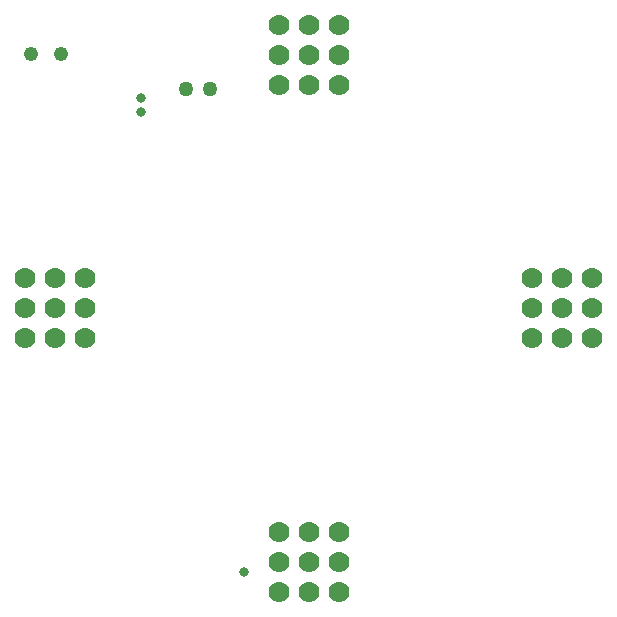
<source format=gbs>
G04 ================== begin FILE IDENTIFICATION RECORD ==================*
G04 Layout Name:  C:/Users/thebh/Desktop/dtf/git/clay/Circuit/R6_1/allegro/CLAYR6.brd*
G04 Film Name:    SOLDERMASK_BOTTOM*
G04 File Format:  Gerber RS274X*
G04 File Origin:  Cadence Allegro 16.6-P004*
G04 Origin Date:  Sat Feb 13 00:20:59 2016*
G04 *
G04 Layer:  VIA CLASS/SOLDERMASK_BOTTOM*
G04 Layer:  PIN/SOLDERMASK_BOTTOM*
G04 *
G04 Offset:    (0.00 0.00)*
G04 Mirror:    No*
G04 Mode:      Positive*
G04 Rotation:  0*
G04 FullContactRelief:  No*
G04 UndefLineWidth:     0.00*
G04 ================== end FILE IDENTIFICATION RECORD ====================*
%FSLAX25Y25*MOIN*%
%IR0*IPPOS*OFA0.00000B0.00000*MIA0B0*SFA1.00000B1.00000*%
%ADD13C,.05*%
%ADD12C,.032*%
%ADD10C,.07*%
%ADD11C,.048*%
%LPD*%
G75*
G54D10*
X-94500Y-10000D03*
X-84500D03*
X-94500Y0D03*
X-84500D03*
X-94500Y10000D03*
X-84500D03*
X-74500Y-10000D03*
Y0D03*
Y10000D03*
X0Y-94500D03*
X-10000D03*
X0Y-84500D03*
X-10000D03*
X0Y-74500D03*
X-10000D03*
Y74500D03*
X0D03*
X-10000Y84500D03*
X0D03*
X-10000Y94500D03*
X0D03*
X10000Y-94500D03*
Y-84500D03*
Y-74500D03*
Y74500D03*
Y84500D03*
Y94500D03*
X74500Y-10000D03*
Y0D03*
Y10000D03*
X94500Y-10000D03*
X84500D03*
X94500Y0D03*
X84500D03*
X94500Y10000D03*
X84500D03*
G54D11*
X-82600Y84900D03*
X-92600D03*
G54D12*
X-55900Y65500D03*
Y70000D03*
X-21500Y-88000D03*
G54D13*
X-32963Y73164D03*
X-40837D03*
M02*

</source>
